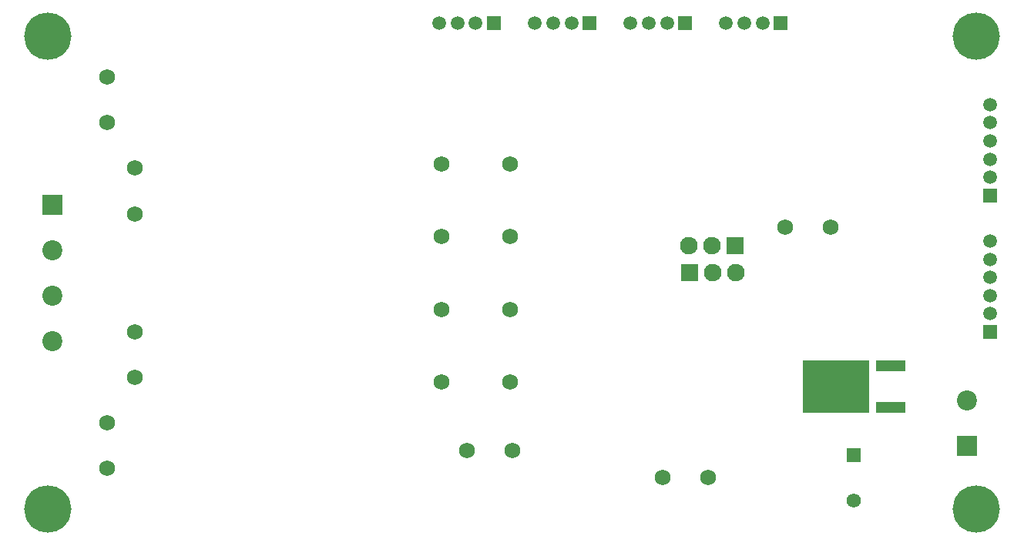
<source format=gbs>
G04 Layer_Color=16711935*
%FSLAX42Y42*%
%MOMM*%
G71*
G01*
G75*
%ADD77C,2.20*%
%ADD78R,2.20X2.20*%
%ADD79R,1.93X1.93*%
%ADD80C,1.93*%
%ADD81C,1.73*%
%ADD82C,1.50*%
%ADD83R,1.50X1.50*%
%ADD84R,1.50X1.50*%
%ADD85R,1.57X1.57*%
%ADD86C,1.57*%
%ADD87C,5.20*%
%ADD88R,7.40X5.75*%
%ADD89R,3.20X1.20*%
D77*
X10500Y1600D02*
D03*
X450Y2250D02*
D03*
Y2750D02*
D03*
Y3250D02*
D03*
D78*
X10500Y1100D02*
D03*
X450Y3750D02*
D03*
D79*
X7950Y3300D02*
D03*
X7450Y3000D02*
D03*
D80*
X7442Y3300D02*
D03*
X7696D02*
D03*
X7958Y3000D02*
D03*
X7704D02*
D03*
D81*
X5475Y4200D02*
D03*
X4725D02*
D03*
Y3400D02*
D03*
X5475D02*
D03*
Y2600D02*
D03*
X4725D02*
D03*
Y1800D02*
D03*
X5475D02*
D03*
X7150Y750D02*
D03*
X7650D02*
D03*
X5500Y1050D02*
D03*
X5000D02*
D03*
X8500Y3500D02*
D03*
X9000D02*
D03*
X1050Y5150D02*
D03*
Y4650D02*
D03*
X1350Y3650D02*
D03*
Y4150D02*
D03*
Y1850D02*
D03*
Y2350D02*
D03*
X1050Y1350D02*
D03*
Y850D02*
D03*
D82*
X4700Y5750D02*
D03*
X4900D02*
D03*
X5100D02*
D03*
X5750D02*
D03*
X5950D02*
D03*
X6150D02*
D03*
X6800D02*
D03*
X7000D02*
D03*
X7200D02*
D03*
X7850D02*
D03*
X8050D02*
D03*
X8250D02*
D03*
X10750Y2550D02*
D03*
Y2750D02*
D03*
Y2950D02*
D03*
Y3150D02*
D03*
Y3350D02*
D03*
Y4050D02*
D03*
Y4250D02*
D03*
Y4450D02*
D03*
Y4650D02*
D03*
Y4850D02*
D03*
D83*
X5300Y5750D02*
D03*
X6350D02*
D03*
X7400D02*
D03*
X8450D02*
D03*
D84*
X10750Y2350D02*
D03*
Y3850D02*
D03*
D85*
X9250Y1000D02*
D03*
D86*
Y500D02*
D03*
D87*
X400Y5600D02*
D03*
Y400D02*
D03*
X10600D02*
D03*
Y5600D02*
D03*
D88*
X9055Y1750D02*
D03*
D89*
X9660Y1521D02*
D03*
Y1979D02*
D03*
M02*

</source>
